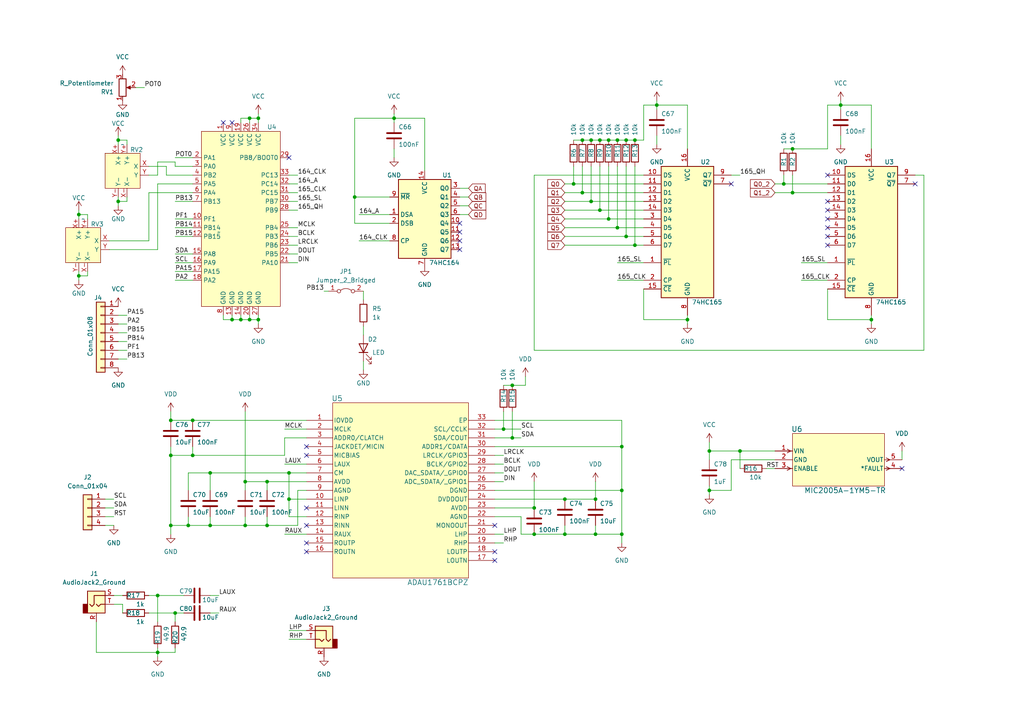
<source format=kicad_sch>
(kicad_sch (version 20231120) (generator "eeschema") (generator_version "8.0")
  (paper "A4")
  (lib_symbols
    (symbol "74xx:74HC164"
      (property "Reference" "U" (at 1.905 -13.97 0))
      (property "Value" "74HC164" (at 1.905 -16.51 0))
      (symbol "74HC164_1_1"
        (pin input line (at -10.16 0 0) (length 2.54) (name "DSA") (number "1"))
        (pin output line (at 10.16 -2.54 180) (length 2.54) (name "Q4") (number "10"))
        (pin output line (at 10.16 -5.08 180) (length 2.54) (name "Q5") (number "11"))
        (pin output line (at 10.16 -7.62 180) (length 2.54) (name "Q6") (number "12"))
        (pin output line (at 10.16 -10.16 180) (length 2.54) (name "Q7") (number "13"))
        (pin power_in line (at 0 12.7 270) (length 2.54) (name "VCC") (number "14"))
        (pin input line (at -10.16 -2.54 0) (length 2.54) (name "DSB") (number "2"))
        (pin output line (at 10.16 7.62 180) (length 2.54) (name "Q0") (number "3"))
        (pin output line (at 10.16 5.08 180) (length 2.54) (name "Q1") (number "4"))
        (pin output line (at 10.16 2.54 180) (length 2.54) (name "Q2") (number "5"))
        (pin output line (at 10.16 0 180) (length 2.54) (name "Q3") (number "6"))
        (pin power_in line (at 0 -15.24 90) (length 2.54) (name "GND") (number "7"))
        (pin input line (at -10.16 -7.62 0) (length 2.54) (name "CP") (number "8"))
        (pin input line (at -10.16 5.08 0) (length 2.54) (name "~{MR}") (number "9"))
      )
    )
    (symbol "74xx:74HC165"
      (property "Reference" "U" (at -7.62 19.05 0))
      (property "Value" "74HC165" (at -7.62 -21.59 0))
      (symbol "74HC165_1_0"
        (pin input line (at -12.7 -10.16 0) (length 5.08) (name "~{PL}") (number "1"))
        (pin input line (at -12.7 15.24 0) (length 5.08) (name "DS") (number "10"))
        (pin input line (at -12.7 12.7 0) (length 5.08) (name "D0") (number "11"))
        (pin input line (at -12.7 10.16 0) (length 5.08) (name "D1") (number "12"))
        (pin input line (at -12.7 7.62 0) (length 5.08) (name "D2") (number "13"))
        (pin input line (at -12.7 5.08 0) (length 5.08) (name "D3") (number "14"))
        (pin input line (at -12.7 -17.78 0) (length 5.08) (name "~{CE}") (number "15"))
        (pin power_in line (at 0 22.86 270) (length 5.08) (name "VCC") (number "16"))
        (pin input line (at -12.7 -15.24 0) (length 5.08) (name "CP") (number "2"))
        (pin input line (at -12.7 2.54 0) (length 5.08) (name "D4") (number "3"))
        (pin input line (at -12.7 0 0) (length 5.08) (name "D5") (number "4"))
        (pin input line (at -12.7 -2.54 0) (length 5.08) (name "D6") (number "5"))
        (pin input line (at -12.7 -5.08 0) (length 5.08) (name "D7") (number "6"))
        (pin output line (at 12.7 12.7 180) (length 5.08) (name "~{Q7}") (number "7"))
        (pin power_in line (at 0 -25.4 90) (length 5.08) (name "GND") (number "8"))
        (pin output line (at 12.7 15.24 180) (length 5.08) (name "Q7") (number "9"))
      )
    )
    (symbol "ADA-2765_1"
      (property "Reference" "RV" (at 3.81 -6.096 0))
      (symbol "ADA-2765_1_1_1"
        (pin passive line (at 7.62 1.27 180) (length 2.54) (name "X") (number "X"))
        (pin passive line (at -1.27 7.62 270) (length 2.54) (name "X+") (number "X+"))
        (pin passive line (at 1.27 -7.62 90) (length 2.54) (name "X-") (number "X-"))
        (pin passive line (at 7.62 -1.27 180) (length 2.54) (name "Y") (number "Y"))
        (pin passive line (at 1.27 7.62 270) (length 2.54) (name "Y+") (number "Y+"))
        (pin passive line (at -1.27 -7.62 90) (length 2.54) (name "Y-") (number "Y-"))
      )
    )
    (symbol "AudioJack2_Ground_1"
      (property "Reference" "J1" (at -0.635 8.89 0))
      (property "Value" "AudioJack2_Ground" (at -0.635 6.35 0))
      (symbol "AudioJack2_Ground_1_1_1"
        (pin passive line (at 0 -5.08 90) (length 2.54) (name "~") (number "R"))
        (pin passive line (at 5.08 2.54 180) (length 2.54) (name "~") (number "S"))
        (pin passive line (at 5.08 0 180) (length 2.54) (name "~") (number "T"))
      )
    )
    (symbol "Connector_Audio:AudioJack2_Ground"
      (property "Reference" "J3" (at -0.635 8.89 0))
      (property "Value" "AudioJack2_Ground" (at -0.635 6.35 0))
      (symbol "AudioJack2_Ground_1_1"
        (pin passive line (at 0 -5.08 90) (length 2.54) (name "~") (number "R"))
        (pin passive line (at 5.08 2.54 180) (length 2.54) (name "~") (number "S"))
        (pin passive line (at 5.08 0 180) (length 2.54) (name "~") (number "T"))
      )
    )
    (symbol "Connector_Generic:Conn_01x04" (pin_names (offset 1.016) hide)
      (property "Reference" "J" (at 0 5.08 0))
      (property "Value" "Conn_01x04" (at 0 -7.62 0))
      (symbol "Conn_01x04_1_1"
        (pin passive line (at -5.08 2.54 0) (length 3.81) (name "Pin_1") (number "1"))
        (pin passive line (at -5.08 0 0) (length 3.81) (name "Pin_2") (number "2"))
        (pin passive line (at -5.08 -2.54 0) (length 3.81) (name "Pin_3") (number "3"))
        (pin passive line (at -5.08 -5.08 0) (length 3.81) (name "Pin_4") (number "4"))
      )
    )
    (symbol "Connector_Generic:Conn_01x08" (pin_names (offset 1.016) hide)
      (property "Reference" "J" (at 0 10.16 0))
      (property "Value" "Conn_01x08" (at 0 -12.7 0))
      (symbol "Conn_01x08_1_1"
        (pin passive line (at -5.08 7.62 0) (length 3.81) (name "Pin_1") (number "1"))
        (pin passive line (at -5.08 5.08 0) (length 3.81) (name "Pin_2") (number "2"))
        (pin passive line (at -5.08 2.54 0) (length 3.81) (name "Pin_3") (number "3"))
        (pin passive line (at -5.08 0 0) (length 3.81) (name "Pin_4") (number "4"))
        (pin passive line (at -5.08 -2.54 0) (length 3.81) (name "Pin_5") (number "5"))
        (pin passive line (at -5.08 -5.08 0) (length 3.81) (name "Pin_6") (number "6"))
        (pin passive line (at -5.08 -7.62 0) (length 3.81) (name "Pin_7") (number "7"))
        (pin passive line (at -5.08 -10.16 0) (length 3.81) (name "Pin_8") (number "8"))
      )
    )
    (symbol "Device:C" (pin_numbers hide) (pin_names (offset 0.254))
      (property "Reference" "C" (at 0.635 2.54 0))
      (property "Value" "C" (at 0.635 -2.54 0))
      (symbol "C_1_1"
        (pin passive line (at 0 3.81 270) (length 2.794) (name "~") (number "1"))
        (pin passive line (at 0 -3.81 90) (length 2.794) (name "~") (number "2"))
      )
    )
    (symbol "Device:LED" (pin_numbers hide) (pin_names (offset 1.016) hide)
      (property "Reference" "D" (at 0 2.54 0))
      (property "Value" "LED" (at 0 -2.54 0))
      (symbol "LED_1_1"
        (pin passive line (at -3.81 0 0) (length 2.54) (name "K") (number "1"))
        (pin passive line (at 3.81 0 180) (length 2.54) (name "A") (number "2"))
      )
    )
    (symbol "Device:R" (pin_numbers hide) (pin_names (offset 0))
      (property "Reference" "R" (at 2.032 0 90))
      (property "Value" "R" (at 0 0 90))
      (symbol "R_1_1"
        (pin passive line (at 0 3.81 270) (length 1.27) (name "~") (number "1"))
        (pin passive line (at 0 -3.81 90) (length 1.27) (name "~") (number "2"))
      )
    )
    (symbol "Device:R_Potentiometer" (pin_names (offset 1.016) hide)
      (property "Reference" "RV" (at -4.445 0 90))
      (property "Value" "R_Potentiometer" (at -2.54 0 90))
      (symbol "R_Potentiometer_1_1"
        (pin passive line (at 0 3.81 270) (length 1.27) (name "1") (number "1"))
        (pin passive line (at 3.81 0 180) (length 1.27) (name "2") (number "2"))
        (pin passive line (at 0 -3.81 90) (length 1.27) (name "3") (number "3"))
      )
    )
    (symbol "Jumper:Jumper_2_Bridged" (pin_names (offset 0) hide)
      (property "Reference" "JP" (at 0 1.905 0))
      (property "Value" "Jumper_2_Bridged" (at 0 -2.54 0))
      (symbol "Jumper_2_Bridged_1_1"
        (pin passive line (at -5.08 0 0) (length 2.54) (name "A") (number "1"))
        (pin passive line (at 5.08 0 180) (length 2.54) (name "B") (number "2"))
      )
    )
    (symbol "My_Parts:ADA-2765"
      (property "Reference" "RV" (at 3.81 -6.096 0))
      (symbol "ADA-2765_1_1"
        (pin passive line (at 7.62 1.27 180) (length 2.54) (name "X") (number "X"))
        (pin passive line (at -1.27 7.62 270) (length 2.54) (name "X+") (number "X+"))
        (pin passive line (at 1.27 -7.62 90) (length 2.54) (name "X-") (number "X-"))
        (pin passive line (at 7.62 -1.27 180) (length 2.54) (name "Y") (number "Y"))
        (pin passive line (at 1.27 7.62 270) (length 2.54) (name "Y+") (number "Y+"))
        (pin passive line (at -1.27 -7.62 90) (length 2.54) (name "Y-") (number "Y-"))
      )
    )
    (symbol "My_Parts:ADAU1761BCPZ" (pin_names (offset 0.254))
      (property "Reference" "U" (at 43.18 10.16 0))
      (property "Value" "ADAU1761BCPZ" (at 43.18 7.62 0))
      (symbol "ADAU1761BCPZ_0_1"
        (pin power_in line (at 54.61 -25.4 180) (length 7.62) (name "AVDD") (number "23"))
      )
      (symbol "ADAU1761BCPZ_1_1"
        (pin power_in line (at 0 0 0) (length 7.62) (name "IOVDD") (number "1"))
        (pin input line (at 0 -22.86 0) (length 7.62) (name "LINP") (number "10"))
        (pin input line (at 0 -25.4 0) (length 7.62) (name "LINN") (number "11"))
        (pin input line (at 0 -27.94 0) (length 7.62) (name "RINP") (number "12"))
        (pin input line (at 0 -30.48 0) (length 7.62) (name "RINN") (number "13"))
        (pin input line (at 0 -33.02 0) (length 7.62) (name "RAUX") (number "14"))
        (pin output line (at 0 -35.56 0) (length 7.62) (name "ROUTP") (number "15"))
        (pin output line (at 0 -38.1 0) (length 7.62) (name "ROUTN") (number "16"))
        (pin output line (at 54.61 -40.64 180) (length 7.62) (name "LOUTN") (number "17"))
        (pin output line (at 54.61 -38.1 180) (length 7.62) (name "LOUTP") (number "18"))
        (pin output line (at 54.61 -35.56 180) (length 7.62) (name "RHP") (number "19"))
        (pin input line (at 0 -2.54 0) (length 7.62) (name "MCLK") (number "2"))
        (pin output line (at 54.61 -33.02 180) (length 7.62) (name "LHP") (number "20"))
        (pin output line (at 54.61 -30.48 180) (length 7.62) (name "MONOOUT") (number "21"))
        (pin passive line (at 54.61 -27.94 180) (length 7.62) (name "AGND") (number "22"))
        (pin power_in line (at 54.61 -22.86 180) (length 7.62) (name "DVDDOUT") (number "24"))
        (pin passive line (at 54.61 -20.32 180) (length 7.62) (name "DGND") (number "25"))
        (pin bidirectional line (at 54.61 -17.78 180) (length 7.62) (name "ADC_SDATA/_GPIO1") (number "26"))
        (pin bidirectional line (at 54.61 -15.24 180) (length 7.62) (name "DAC_SDATA/_GPIO0") (number "27"))
        (pin bidirectional line (at 54.61 -12.7 180) (length 7.62) (name "BCLK/GPIO2") (number "28"))
        (pin bidirectional line (at 54.61 -10.16 180) (length 7.62) (name "LRCLK/GPIO3") (number "29"))
        (pin input line (at 0 -5.08 0) (length 7.62) (name "ADDR0/CLATCH") (number "3"))
        (pin input line (at 54.61 -7.62 180) (length 7.62) (name "ADDR1/CDATA") (number "30"))
        (pin bidirectional line (at 54.61 -5.08 180) (length 7.62) (name "SDA/COUT") (number "31"))
        (pin input line (at 54.61 -2.54 180) (length 7.62) (name "SCL/CCLK") (number "32"))
        (pin passive line (at 54.61 0 180) (length 7.62) (name "EP") (number "33"))
        (pin input line (at 0 -7.62 0) (length 7.62) (name "JACKDET/MICIN") (number "4"))
        (pin output line (at 0 -10.16 0) (length 7.62) (name "MICBIAS") (number "5"))
        (pin input line (at 0 -12.7 0) (length 7.62) (name "LAUX") (number "6"))
        (pin output line (at 0 -15.24 0) (length 7.62) (name "CM") (number "7"))
        (pin power_in line (at 0 -17.78 0) (length 7.62) (name "AVDD") (number "8"))
        (pin passive line (at 0 -20.32 0) (length 7.62) (name "AGND") (number "9"))
      )
    )
    (symbol "My_Parts:C4NDY"
      (property "Reference" "U" (at 0 52.07 0))
      (symbol "C4NDY_1_1"
        (pin power_out line (at 6.35 53.34 270) (length 2.54) (name "VCC") (number "1"))
        (pin bidirectional line (at -2.54 25.4 0) (length 2.54) (name "PF1") (number "10"))
        (pin bidirectional line (at -2.54 22.86 0) (length 2.54) (name "PB14") (number "11"))
        (pin bidirectional line (at -2.54 20.32 0) (length 2.54) (name "PB15") (number "12"))
        (pin passive line (at 8.89 -2.54 90) (length 2.54) (name "GND") (number "13"))
        (pin passive line (at 11.43 -2.54 90) (length 2.54) (name "GND") (number "14"))
        (pin bidirectional line (at -2.54 15.24 0) (length 2.54) (name "PA8") (number "15"))
        (pin bidirectional line (at -2.54 12.7 0) (length 2.54) (name "PA9") (number "16"))
        (pin bidirectional line (at -2.54 10.16 0) (length 2.54) (name "PA15") (number "17"))
        (pin bidirectional line (at -2.54 7.62 0) (length 2.54) (name "PA2") (number "18"))
        (pin power_out line (at 11.43 53.34 270) (length 2.54) (name "VCC") (number "19"))
        (pin bidirectional line (at -2.54 43.18 0) (length 2.54) (name "PA1") (number "2"))
        (pin passive line (at 13.97 -2.54 90) (length 2.54) (name "GND") (number "20"))
        (pin bidirectional line (at 25.4 12.7 180) (length 2.54) (name "PA10") (number "21"))
        (pin bidirectional line (at 25.4 15.24 180) (length 2.54) (name "PB5") (number "22"))
        (pin bidirectional line (at 25.4 17.78 180) (length 2.54) (name "PB6") (number "23"))
        (pin bidirectional line (at 25.4 20.32 180) (length 2.54) (name "PB3") (number "24"))
        (pin bidirectional line (at 25.4 22.86 180) (length 2.54) (name "PB4") (number "25"))
        (pin power_out line (at 13.97 53.34 270) (length 2.54) (name "VCC") (number "26"))
        (pin passive line (at 16.51 -2.54 90) (length 2.54) (name "GND") (number "27"))
        (pin bidirectional line (at 25.4 27.94 180) (length 2.54) (name "PB9") (number "28"))
        (pin bidirectional line (at 25.4 43.18 180) (length 2.54) (name "PB8/BOOT0") (number "29"))
        (pin bidirectional line (at -2.54 40.64 0) (length 2.54) (name "PA0") (number "3"))
        (pin bidirectional line (at 25.4 30.48 180) (length 2.54) (name "PB7") (number "30"))
        (pin bidirectional line (at 25.4 33.02 180) (length 2.54) (name "PC15") (number "31"))
        (pin bidirectional line (at 25.4 35.56 180) (length 2.54) (name "PC14") (number "32"))
        (pin bidirectional line (at 25.4 38.1 180) (length 2.54) (name "PC13") (number "33"))
        (pin power_out line (at 16.51 53.34 270) (length 2.54) (name "VCC") (number "34"))
        (pin bidirectional line (at -2.54 38.1 0) (length 2.54) (name "PB2") (number "4"))
        (pin bidirectional line (at -2.54 35.56 0) (length 2.54) (name "PA5") (number "5"))
        (pin bidirectional line (at -2.54 33.02 0) (length 2.54) (name "PA4") (number "6"))
        (pin bidirectional line (at -2.54 30.48 0) (length 2.54) (name "PB13") (number "7"))
        (pin passive line (at 6.35 -2.54 90) (length 2.54) (name "GND") (number "8"))
        (pin power_out line (at 8.89 53.34 270) (length 2.54) (name "VCC") (number "9"))
      )
    )
    (symbol "My_Parts:MIC2005A-1YM5-TR" (pin_names (offset 0.254))
      (property "Reference" "U" (at 20.32 8.89 0))
      (property "Value" "MIC2005A-1YM5-TR" (at 20.32 6.35 0))
      (symbol "MIC2005A-1YM5-TR_1_1"
        (pin input line (at 2.54 0 0) (length 5.08) (name "VIN") (number "1"))
        (pin passive line (at 2.54 -2.54 0) (length 5.08) (name "GND") (number "2"))
        (pin input line (at 2.54 -5.08 0) (length 5.08) (name "ENABLE") (number "3"))
        (pin output line (at 39.37 -5.08 180) (length 5.08) (name "*FAULT") (number "4"))
        (pin output line (at 39.37 -2.54 180) (length 5.08) (name "VOUT") (number "5"))
      )
    )
    (symbol "power:GND" (power) (pin_names (offset 0))
      (property "Value" "GND" (at 0 -3.81 0))
      (symbol "GND_1_1"
        (pin power_in line (at 0 0 270) (length 0) hide (name "GND") (number "1"))
      )
    )
    (symbol "power:VCC" (power) (pin_names (offset 0))
      (property "Value" "VCC" (at 0 3.81 0))
      (symbol "VCC_1_1"
        (pin power_in line (at 0 0 90) (length 0) hide (name "VCC") (number "1"))
      )
    )
    (symbol "power:VDD" (power) (pin_names (offset 0))
      (property "Value" "VDD" (at 0 3.81 0))
      (symbol "VDD_1_1"
        (pin power_in line (at 0 0 90) (length 0) hide (name "VDD") (number "1"))
      )
    )
  )
  (junction (at 45.72 189.23))
  (junction (at 180.34 154.94))
  (junction (at 34.29 40.64))
  (junction (at 181.61 40.64))
  (junction (at 50.8 177.8))
  (junction (at 55.88 132.08))
  (junction (at 55.88 121.92))
  (junction (at 148.59 127))
  (junction (at 180.34 142.24))
  (junction (at 166.37 53.34))
  (junction (at 205.74 142.24))
  (junction (at 22.86 80.01))
  (junction (at 146.05 124.46))
  (junction (at 83.82 137.16))
  (junction (at 184.15 71.12))
  (junction (at 54.61 152.4))
  (junction (at 163.83 154.94))
  (junction (at 154.94 147.32))
  (junction (at 49.53 132.08))
  (junction (at 229.87 55.88))
  (junction (at 114.3 34.29))
  (junction (at 168.91 40.64))
  (junction (at 71.12 139.7))
  (junction (at 74.93 34.29))
  (junction (at 74.93 92.71))
  (junction (at 148.59 111.76))
  (junction (at 229.87 43.18))
  (junction (at 102.87 57.15))
  (junction (at 179.07 40.64))
  (junction (at 173.99 40.64))
  (junction (at 171.45 40.64))
  (junction (at 243.84 30.48))
  (junction (at 199.39 92.71))
  (junction (at 77.47 139.7))
  (junction (at 173.99 60.96))
  (junction (at 168.91 55.88))
  (junction (at 227.33 53.34))
  (junction (at 34.29 58.42))
  (junction (at 205.74 130.81))
  (junction (at 180.34 129.54))
  (junction (at 181.61 68.58))
  (junction (at 69.85 92.71))
  (junction (at 214.63 130.81))
  (junction (at 45.72 172.72))
  (junction (at 60.96 152.4))
  (junction (at 184.15 40.64))
  (junction (at 176.53 40.64))
  (junction (at 22.86 62.23))
  (junction (at 172.72 144.78))
  (junction (at 60.96 137.16))
  (junction (at 154.94 154.94))
  (junction (at 171.45 58.42))
  (junction (at 72.39 92.71))
  (junction (at 190.5 30.48))
  (junction (at 72.39 34.29))
  (junction (at 49.53 121.92))
  (junction (at 163.83 144.78))
  (junction (at 49.53 152.4))
  (junction (at 67.31 92.71))
  (junction (at 172.72 154.94))
  (junction (at 71.12 152.4))
  (junction (at 179.07 66.04))
  (junction (at 77.47 152.4))
  (junction (at 176.53 63.5))
  (junction (at 83.82 144.78))
  (junction (at 252.73 92.71))
  (no_connect (at 133.35 67.31))
  (no_connect (at 143.51 152.4))
  (no_connect (at 133.35 72.39))
  (no_connect (at 240.03 60.96))
  (no_connect (at 265.43 53.34))
  (no_connect (at 240.03 68.58))
  (no_connect (at 240.03 58.42))
  (no_connect (at 133.35 69.85))
  (no_connect (at 83.82 45.72))
  (no_connect (at 261.62 135.89))
  (no_connect (at 67.31 35.56))
  (no_connect (at 88.9 147.32))
  (no_connect (at 143.51 160.02))
  (no_connect (at 240.03 50.8))
  (no_connect (at 88.9 129.54))
  (no_connect (at 88.9 157.48))
  (no_connect (at 64.77 35.56))
  (no_connect (at 212.09 53.34))
  (no_connect (at 240.03 66.04))
  (no_connect (at 133.35 64.77))
  (no_connect (at 240.03 63.5))
  (no_connect (at 88.9 132.08))
  (no_connect (at 240.03 71.12))
  (no_connect (at 143.51 162.56))
  (no_connect (at 88.9 160.02))
  (no_connect (at 88.9 152.4))
  (wire (pts (xy 83.82 68.58) (xy 86.36 68.58)))
  (wire (pts (xy 45.72 50.8) (xy 45.72 46.99)))
  (wire (pts (xy 229.87 55.88) (xy 240.03 55.88)))
  (wire (pts (xy 232.41 76.2) (xy 240.03 76.2)))
  (wire (pts (xy 50.8 177.8) (xy 53.34 177.8)))
  (wire (pts (xy 86.36 142.24) (xy 86.36 152.4)))
  (wire (pts (xy 45.72 72.39) (xy 31.75 72.39)))
  (wire (pts (xy 34.29 57.15) (xy 34.29 58.42)))
  (wire (pts (xy 50.8 81.28) (xy 55.88 81.28)))
  (wire (pts (xy 212.09 50.8) (xy 214.63 50.8)))
  (wire (pts (xy 71.12 149.86) (xy 71.12 152.4)))
  (wire (pts (xy 83.82 53.34) (xy 86.36 53.34)))
  (wire (pts (xy 49.53 119.38) (xy 49.53 121.92)))
  (wire (pts (xy 50.8 177.8) (xy 50.8 180.34)))
  (wire (pts (xy 88.9 144.78) (xy 83.82 144.78)))
  (wire (pts (xy 64.77 91.44) (xy 64.77 92.71)))
  (wire (pts (xy 173.99 48.26) (xy 173.99 60.96)))
  (wire (pts (xy 113.03 64.77) (xy 102.87 64.77)))
  (wire (pts (xy 102.87 34.29) (xy 114.3 34.29)))
  (wire (pts (xy 83.82 185.42) (xy 88.9 185.42)))
  (wire (pts (xy 214.63 130.81) (xy 214.63 135.89)))
  (wire (pts (xy 166.37 53.34) (xy 186.69 53.34)))
  (wire (pts (xy 104.14 62.23) (xy 113.03 62.23)))
  (wire (pts (xy 83.82 50.8) (xy 86.36 50.8)))
  (wire (pts (xy 151.13 127) (xy 148.59 127)))
  (wire (pts (xy 43.18 48.26) (xy 48.26 48.26)))
  (wire (pts (xy 45.72 172.72) (xy 53.34 172.72)))
  (wire (pts (xy 55.88 132.08) (xy 49.53 132.08)))
  (wire (pts (xy 176.53 48.26) (xy 176.53 63.5)))
  (wire (pts (xy 105.41 84.455) (xy 105.41 86.995)))
  (wire (pts (xy 60.96 172.72) (xy 63.5 172.72)))
  (wire (pts (xy 55.88 132.08) (xy 82.55 132.08)))
  (wire (pts (xy 143.51 149.86) (xy 151.13 149.86)))
  (wire (pts (xy 143.51 157.48) (xy 146.05 157.48)))
  (wire (pts (xy 69.85 35.56) (xy 69.85 34.29)))
  (wire (pts (xy 148.59 127) (xy 143.51 127)))
  (wire (pts (xy 102.87 64.77) (xy 102.87 57.15)))
  (wire (pts (xy 146.05 132.08) (xy 143.51 132.08)))
  (wire (pts (xy 83.82 76.2) (xy 86.36 76.2)))
  (wire (pts (xy 135.89 62.23) (xy 133.35 62.23)))
  (wire (pts (xy 179.07 81.28) (xy 186.69 81.28)))
  (wire (pts (xy 143.51 144.78) (xy 163.83 144.78)))
  (wire (pts (xy 36.83 40.64) (xy 34.29 40.64)))
  (wire (pts (xy 135.89 54.61) (xy 133.35 54.61)))
  (wire (pts (xy 199.39 43.18) (xy 199.39 30.48)))
  (wire (pts (xy 180.34 154.94) (xy 180.34 157.48)))
  (wire (pts (xy 71.12 139.7) (xy 77.47 139.7)))
  (wire (pts (xy 54.61 137.16) (xy 60.96 137.16)))
  (wire (pts (xy 205.74 130.81) (xy 205.74 133.35)))
  (wire (pts (xy 69.85 92.71) (xy 72.39 92.71)))
  (wire (pts (xy 181.61 48.26) (xy 181.61 68.58)))
  (wire (pts (xy 88.9 139.7) (xy 77.47 139.7)))
  (wire (pts (xy 180.34 142.24) (xy 180.34 154.94)))
  (wire (pts (xy 214.63 130.81) (xy 224.79 130.81)))
  (wire (pts (xy 184.15 48.26) (xy 184.15 71.12)))
  (wire (pts (xy 34.29 96.52) (xy 36.83 96.52)))
  (wire (pts (xy 135.89 59.69) (xy 133.35 59.69)))
  (wire (pts (xy 43.18 172.72) (xy 45.72 172.72)))
  (wire (pts (xy 60.96 177.8) (xy 63.5 177.8)))
  (wire (pts (xy 60.96 137.16) (xy 83.82 137.16)))
  (wire (pts (xy 105.41 104.775) (xy 105.41 107.315)))
  (wire (pts (xy 172.72 139.7) (xy 172.72 144.78)))
  (wire (pts (xy 224.79 133.35) (xy 212.09 133.35)))
  (wire (pts (xy 252.73 93.98) (xy 252.73 92.71)))
  (wire (pts (xy 30.48 149.86) (xy 33.02 149.86)))
  (wire (pts (xy 25.4 62.23) (xy 22.86 62.23)))
  (wire (pts (xy 69.85 91.44) (xy 69.85 92.71)))
  (wire (pts (xy 229.87 43.18) (xy 240.03 43.18)))
  (wire (pts (xy 60.96 149.86) (xy 60.96 152.4)))
  (wire (pts (xy 71.12 152.4) (xy 77.47 152.4)))
  (wire (pts (xy 83.82 149.86) (xy 83.82 144.78)))
  (wire (pts (xy 190.5 30.48) (xy 190.5 31.75)))
  (wire (pts (xy 48.26 48.26) (xy 48.26 50.8)))
  (wire (pts (xy 22.86 62.23) (xy 22.86 63.5)))
  (wire (pts (xy 267.97 101.6) (xy 154.94 101.6)))
  (wire (pts (xy 34.29 58.42) (xy 34.29 59.69)))
  (wire (pts (xy 93.98 84.455) (xy 95.25 84.455)))
  (wire (pts (xy 205.74 128.27) (xy 205.74 130.81)))
  (wire (pts (xy 163.83 152.4) (xy 163.83 154.94)))
  (wire (pts (xy 179.07 48.26) (xy 179.07 66.04)))
  (wire (pts (xy 227.33 53.34) (xy 240.03 53.34)))
  (wire (pts (xy 168.91 40.64) (xy 171.45 40.64)))
  (wire (pts (xy 88.9 142.24) (xy 86.36 142.24)))
  (wire (pts (xy 171.45 40.64) (xy 173.99 40.64)))
  (wire (pts (xy 163.83 53.34) (xy 166.37 53.34)))
  (wire (pts (xy 148.59 111.76) (xy 152.4 111.76)))
  (wire (pts (xy 83.82 60.96) (xy 86.36 60.96)))
  (wire (pts (xy 154.94 154.94) (xy 163.83 154.94)))
  (wire (pts (xy 39.37 25.4) (xy 41.91 25.4)))
  (wire (pts (xy 190.5 39.37) (xy 190.5 41.91)))
  (wire (pts (xy 205.74 130.81) (xy 214.63 130.81)))
  (wire (pts (xy 45.72 187.96) (xy 45.72 189.23)))
  (wire (pts (xy 72.39 35.56) (xy 72.39 34.29)))
  (wire (pts (xy 27.94 189.23) (xy 45.72 189.23)))
  (wire (pts (xy 34.29 101.6) (xy 36.83 101.6)))
  (wire (pts (xy 146.05 137.16) (xy 143.51 137.16)))
  (wire (pts (xy 50.8 78.74) (xy 55.88 78.74)))
  (wire (pts (xy 199.39 93.98) (xy 199.39 92.71)))
  (wire (pts (xy 30.48 147.32) (xy 33.02 147.32)))
  (wire (pts (xy 173.99 40.64) (xy 176.53 40.64)))
  (wire (pts (xy 77.47 139.7) (xy 77.47 142.24)))
  (wire (pts (xy 212.09 133.35) (xy 212.09 142.24)))
  (wire (pts (xy 148.59 119.38) (xy 148.59 127)))
  (wire (pts (xy 27.94 180.34) (xy 27.94 189.23)))
  (wire (pts (xy 25.4 80.01) (xy 22.86 80.01)))
  (wire (pts (xy 34.29 99.06) (xy 36.83 99.06)))
  (wire (pts (xy 184.15 71.12) (xy 186.69 71.12)))
  (wire (pts (xy 265.43 50.8) (xy 267.97 50.8)))
  (wire (pts (xy 50.8 187.96) (xy 50.8 189.23)))
  (wire (pts (xy 45.72 46.99) (xy 50.8 46.99)))
  (wire (pts (xy 179.07 40.64) (xy 181.61 40.64)))
  (wire (pts (xy 163.83 71.12) (xy 184.15 71.12)))
  (wire (pts (xy 104.14 69.85) (xy 113.03 69.85)))
  (wire (pts (xy 35.56 172.72) (xy 33.02 172.72)))
  (wire (pts (xy 83.82 182.88) (xy 88.9 182.88)))
  (wire (pts (xy 205.74 140.97) (xy 205.74 142.24)))
  (wire (pts (xy 82.55 127) (xy 82.55 132.08)))
  (wire (pts (xy 267.97 50.8) (xy 267.97 101.6)))
  (wire (pts (xy 50.8 45.72) (xy 55.88 45.72)))
  (wire (pts (xy 151.13 124.46) (xy 146.05 124.46)))
  (wire (pts (xy 77.47 152.4) (xy 86.36 152.4)))
  (wire (pts (xy 152.4 111.76) (xy 152.4 109.22)))
  (wire (pts (xy 67.31 91.44) (xy 67.31 92.71)))
  (wire (pts (xy 83.82 73.66) (xy 86.36 73.66)))
  (wire (pts (xy 222.25 135.89) (xy 224.79 135.89)))
  (wire (pts (xy 240.03 83.82) (xy 240.03 92.71)))
  (wire (pts (xy 48.26 50.8) (xy 55.88 50.8)))
  (wire (pts (xy 34.29 40.64) (xy 34.29 41.91)))
  (wire (pts (xy 135.89 57.15) (xy 133.35 57.15)))
  (wire (pts (xy 146.05 119.38) (xy 146.05 124.46)))
  (wire (pts (xy 113.03 57.15) (xy 102.87 57.15)))
  (wire (pts (xy 186.69 92.71) (xy 199.39 92.71)))
  (wire (pts (xy 179.07 76.2) (xy 186.69 76.2)))
  (wire (pts (xy 123.19 34.29) (xy 114.3 34.29)))
  (wire (pts (xy 181.61 68.58) (xy 186.69 68.58)))
  (wire (pts (xy 166.37 48.26) (xy 166.37 53.34)))
  (wire (pts (xy 163.83 66.04) (xy 179.07 66.04)))
  (wire (pts (xy 45.72 53.34) (xy 45.72 72.39)))
  (wire (pts (xy 43.18 69.85) (xy 43.18 55.88)))
  (wire (pts (xy 146.05 139.7) (xy 143.51 139.7)))
  (wire (pts (xy 227.33 43.18) (xy 229.87 43.18)))
  (wire (pts (xy 168.91 55.88) (xy 186.69 55.88)))
  (wire (pts (xy 67.31 92.71) (xy 69.85 92.71)))
  (wire (pts (xy 146.05 124.46) (xy 143.51 124.46)))
  (wire (pts (xy 143.51 129.54) (xy 180.34 129.54)))
  (wire (pts (xy 181.61 40.64) (xy 184.15 40.64)))
  (wire (pts (xy 60.96 137.16) (xy 60.96 142.24)))
  (wire (pts (xy 227.33 50.8) (xy 227.33 53.34)))
  (wire (pts (xy 45.72 172.72) (xy 45.72 180.34)))
  (wire (pts (xy 83.82 144.78) (xy 83.82 137.16)))
  (wire (pts (xy 50.8 76.2) (xy 55.88 76.2)))
  (wire (pts (xy 114.3 33.02) (xy 114.3 34.29)))
  (wire (pts (xy 22.86 78.74) (xy 22.86 80.01)))
  (wire (pts (xy 50.8 58.42) (xy 55.88 58.42)))
  (wire (pts (xy 77.47 149.86) (xy 77.47 152.4)))
  (wire (pts (xy 180.34 154.94) (xy 172.72 154.94)))
  (wire (pts (xy 50.8 46.99) (xy 50.8 48.26)))
  (wire (pts (xy 36.83 57.15) (xy 36.83 58.42)))
  (wire (pts (xy 45.72 189.23) (xy 45.72 190.5)))
  (wire (pts (xy 22.86 80.01) (xy 22.86 81.28)))
  (wire (pts (xy 82.55 134.62) (xy 88.9 134.62)))
  (wire (pts (xy 243.84 29.21) (xy 243.84 30.48)))
  (wire (pts (xy 180.34 129.54) (xy 180.34 142.24)))
  (wire (pts (xy 173.99 60.96) (xy 186.69 60.96)))
  (wire (pts (xy 35.56 175.26) (xy 35.56 177.8)))
  (wire (pts (xy 50.8 66.04) (xy 55.88 66.04)))
  (wire (pts (xy 55.88 129.54) (xy 55.88 132.08)))
  (wire (pts (xy 74.93 33.02) (xy 74.93 34.29)))
  (wire (pts (xy 74.93 91.44) (xy 74.93 92.71)))
  (wire (pts (xy 151.13 154.94) (xy 154.94 154.94)))
  (wire (pts (xy 252.73 30.48) (xy 243.84 30.48)))
  (wire (pts (xy 179.07 66.04) (xy 186.69 66.04)))
  (wire (pts (xy 186.69 83.82) (xy 186.69 92.71)))
  (wire (pts (xy 186.69 40.64) (xy 186.69 30.48)))
  (wire (pts (xy 199.39 30.48) (xy 190.5 30.48)))
  (wire (pts (xy 190.5 29.21) (xy 190.5 30.48)))
  (wire (pts (xy 34.29 39.37) (xy 34.29 40.64)))
  (wire (pts (xy 83.82 55.88) (xy 86.36 55.88)))
  (wire (pts (xy 163.83 68.58) (xy 181.61 68.58)))
  (wire (pts (xy 43.18 50.8) (xy 45.72 50.8)))
  (wire (pts (xy 212.09 142.24) (xy 205.74 142.24)))
  (wire (pts (xy 240.03 30.48) (xy 243.84 30.48)))
  (wire (pts (xy 33.02 175.26) (xy 35.56 175.26)))
  (wire (pts (xy 49.53 154.94) (xy 49.53 152.4)))
  (wire (pts (xy 176.53 40.64) (xy 179.07 40.64)))
  (wire (pts (xy 163.83 63.5) (xy 176.53 63.5)))
  (wire (pts (xy 143.51 147.32) (xy 154.94 147.32)))
  (wire (pts (xy 143.51 142.24) (xy 180.34 142.24)))
  (wire (pts (xy 50.8 73.66) (xy 55.88 73.66)))
  (wire (pts (xy 240.03 92.71) (xy 252.73 92.71)))
  (wire (pts (xy 252.73 43.18) (xy 252.73 30.48)))
  (wire (pts (xy 146.05 134.62) (xy 143.51 134.62)))
  (wire (pts (xy 261.62 130.81) (xy 261.62 133.35)))
  (wire (pts (xy 114.3 34.29) (xy 114.3 35.56)))
  (wire (pts (xy 243.84 30.48) (xy 243.84 31.75)))
  (wire (pts (xy 83.82 66.04) (xy 86.36 66.04)))
  (wire (pts (xy 163.83 60.96) (xy 173.99 60.96)))
  (wire (pts (xy 49.53 121.92) (xy 55.88 121.92)))
  (wire (pts (xy 168.91 48.26) (xy 168.91 55.88)))
  (wire (pts (xy 43.18 69.85) (xy 31.75 69.85)))
  (wire (pts (xy 205.74 142.24) (xy 205.74 143.51)))
  (wire (pts (xy 180.34 121.92) (xy 180.34 129.54)))
  (wire (pts (xy 22.86 60.96) (xy 22.86 62.23)))
  (wire (pts (xy 163.83 55.88) (xy 168.91 55.88)))
  (wire (pts (xy 232.41 81.28) (xy 240.03 81.28)))
  (wire (pts (xy 240.03 43.18) (xy 240.03 30.48)))
  (wire (pts (xy 50.8 68.58) (xy 55.88 68.58)))
  (wire (pts (xy 163.83 58.42) (xy 171.45 58.42)))
  (wire (pts (xy 184.15 40.64) (xy 186.69 40.64)))
  (wire (pts (xy 83.82 58.42) (xy 86.36 58.42)))
  (wire (pts (xy 34.29 91.44) (xy 36.83 91.44)))
  (wire (pts (xy 72.39 92.71) (xy 74.93 92.71)))
  (wire (pts (xy 25.4 78.74) (xy 25.4 80.01)))
  (wire (pts (xy 74.93 34.29) (xy 74.93 35.56)))
  (wire (pts (xy 83.82 137.16) (xy 88.9 137.16)))
  (wire (pts (xy 151.13 149.86) (xy 151.13 154.94)))
  (wire (pts (xy 36.83 41.91) (xy 36.83 40.64)))
  (wire (pts (xy 88.9 127) (xy 82.55 127)))
  (wire (pts (xy 154.94 139.7) (xy 154.94 147.32)))
  (wire (pts (xy 43.18 55.88) (xy 55.88 55.88)))
  (wire (pts (xy 143.51 121.92) (xy 180.34 121.92)))
  (wire (pts (xy 69.85 34.29) (xy 72.39 34.29)))
  (wire (pts (xy 49.53 129.54) (xy 49.53 132.08)))
  (wire (pts (xy 154.94 101.6) (xy 154.94 50.8)))
  (wire (pts (xy 54.61 149.86) (xy 54.61 152.4)))
  (wire (pts (xy 30.48 144.78) (xy 33.02 144.78)))
  (wire (pts (xy 25.4 63.5) (xy 25.4 62.23)))
  (wire (pts (xy 34.29 93.98) (xy 36.83 93.98)))
  (wire (pts (xy 146.05 111.76) (xy 148.59 111.76)))
  (wire (pts (xy 172.72 154.94) (xy 163.83 154.94)))
  (wire (pts (xy 172.72 152.4) (xy 172.72 154.94)))
  (wire (pts (xy 55.88 121.92) (xy 88.9 121.92)))
  (wire (pts (xy 82.55 124.46) (xy 88.9 124.46)))
  (wire (pts (xy 72.39 91.44) (xy 72.39 92.71)))
  (wire (pts (xy 143.51 154.94) (xy 146.05 154.94)))
  (wire (pts (xy 83.82 71.12) (xy 86.36 71.12)))
  (wire (pts (xy 74.93 92.71) (xy 74.93 93.98)))
  (wire (pts (xy 30.48 152.4) (xy 33.02 152.4)))
  (wire (pts (xy 102.87 57.15) (xy 102.87 34.29)))
  (wire (pts (xy 154.94 50.8) (xy 186.69 50.8)))
  (wire (pts (xy 34.29 104.14) (xy 36.83 104.14)))
  (wire (pts (xy 229.87 50.8) (xy 229.87 55.88)))
  (wire (pts (xy 49.53 132.08) (xy 49.53 152.4)))
  (wire (pts (xy 171.45 48.26) (xy 171.45 58.42)))
  (wire (pts (xy 43.18 177.8) (xy 50.8 177.8)))
  (wire (pts (xy 50.8 189.23) (xy 45.72 189.23)))
  (wire (pts (xy 49.53 152.4) (xy 54.61 152.4)))
  (wire (pts (xy 50.8 48.26) (xy 55.88 48.26)))
  (wire (pts (xy 186.69 30.48) (xy 190.5 30.48)))
  (wire (pts (xy 243.84 39.37) (xy 243.84 41.91)))
  (wire (pts (xy 88.9 149.86) (xy 83.82 149.86)))
  (wire (pts (xy 176.53 63.5) (xy 186.69 63.5)))
  (wire (pts (xy 114.3 43.18) (xy 114.3 45.72)))
  (wire (pts (xy 224.79 55.88) (xy 229.87 55.88)))
  (wire (pts (xy 163.83 144.78) (xy 172.72 144.78)))
  (wire (pts (xy 54.61 152.4) (xy 60.96 152.4)))
  (wire (pts (xy 71.12 119.38) (xy 71.12 139.7)))
  (wire (pts (xy 45.72 53.34) (xy 55.88 53.34)))
  (wire (pts (xy 36.83 58.42) (xy 34.29 58.42)))
  (wire (pts (xy 224.79 53.34) (xy 227.33 53.34)))
  (wire (pts (xy 166.37 40.64) (xy 168.91 40.64)))
  (wire (pts (xy 171.45 58.42) (xy 186.69 58.42)))
  (wire (pts (xy 82.55 154.94) (xy 88.9 154.94)))
  (wire (pts (xy 50.8 63.5) (xy 55.88 63.5)))
  (wire (pts (xy 199.39 92.71) (xy 199.39 91.44)))
  (wire (pts (xy 60.96 152.4) (xy 71.12 152.4)))
  (wire (pts (xy 72.39 34.29) (xy 74.93 34.29)))
  (wire (pts (xy 123.19 49.53) (xy 123.19 34.29)))
  (wire (pts (xy 71.12 142.24) (xy 71.12 139.7)))
  (wire (pts (xy 64.77 92.71) (xy 67.31 92.71)))
  (wire (pts (xy 54.61 142.24) (xy 54.61 137.16)))
  (wire (pts (xy 252.73 92.71) (xy 252.73 91.44)))
  (wire (pts (xy 105.41 94.615) (xy 105.41 97.155)))
  (label "PB15" (at 50.8 68.58 0))
  (label "LAUX" (at 63.5 172.72 0))
  (label "RAUX" (at 82.55 154.94 0))
  (label "LHP" (at 83.82 182.88 0))
  (label "SCL" (at 33.02 144.78 0))
  (label "SCL" (at 151.13 124.46 0))
  (label "PA15" (at 36.83 91.44 0))
  (label "PB13" (at 93.98 84.455 180))
  (label "PA2" (at 36.83 93.98 0))
  (label "164_A" (at 86.36 53.34 0))
  (label "PF1" (at 50.8 63.5 0))
  (label "MCLK" (at 82.55 124.46 0))
  (label "164_A" (at 104.14 62.23 0))
  (label "165_CLK" (at 86.36 55.88 0))
  (label "SDA" (at 151.13 127 0))
  (label "PA2" (at 50.8 81.28 0))
  (label "PB13" (at 50.8 58.42 0))
  (label "165_SL" (at 86.36 58.42 0))
  (label "DIN" (at 86.36 76.2 0))
  (label "LRCLK" (at 146.05 132.08 0))
  (label "LAUX" (at 82.55 134.62 0))
  (label "LHP" (at 146.05 154.94 0))
  (label "164_CLK" (at 86.36 50.8 0))
  (label "DOUT" (at 86.36 73.66 0))
  (label "164_CLK" (at 104.14 69.85 0))
  (label "RHP" (at 146.05 157.48 0))
  (label "DOUT" (at 146.05 137.16 0))
  (label "165_QH" (at 214.63 50.8 0))
  (label "165_QH" (at 86.36 60.96 0))
  (label "PB14" (at 36.83 99.06 0))
  (label "PB13" (at 36.83 104.14 0))
  (label "LRCLK" (at 86.36 71.12 0))
  (label "SDA" (at 50.8 73.66 0))
  (label "PF1" (at 36.83 101.6 0))
  (label "165_SL" (at 232.41 76.2 0))
  (label "POT0" (at 50.8 45.72 0))
  (label "BCLK" (at 86.36 68.58 0))
  (label "RST" (at 222.25 135.89 0))
  (label "POT0" (at 41.91 25.4 0))
  (label "165_CLK" (at 232.41 81.28 0))
  (label "PA15" (at 50.8 78.74 0))
  (label "165_CLK" (at 179.07 81.28 0))
  (label "PB14" (at 50.8 66.04 0))
  (label "SCL" (at 50.8 76.2 0))
  (label "DIN" (at 146.05 139.7 0))
  (label "MCLK" (at 86.36 66.04 0))
  (label "RST" (at 33.02 149.86 0))
  (label "PB15" (at 36.83 96.52 0))
  (label "BCLK" (at 146.05 134.62 0))
  (label "165_SL" (at 179.07 76.2 0))
  (label "RAUX" (at 63.5 177.8 0))
  (label "RHP" (at 83.82 185.42 0))
  (label "SDA" (at 33.02 147.32 0))
  (global_label "Q7" (shape input) (at 163.83 71.12 180) (property "Intersheetrefs" "${INTERSHEET_REFS}" (effects (hide yes))))
  (global_label "Q3" (shape input) (at 163.83 60.96 180) (property "Intersheetrefs" "${INTERSHEET_REFS}" (effects (hide yes))))
  (global_label "Q1" (shape input) (at 163.83 55.88 180) (property "Intersheetrefs" "${INTERSHEET_REFS}" (effects (hide yes))))
  (global_label "Q4" (shape input) (at 163.83 63.5 180) (property "Intersheetrefs" "${INTERSHEET_REFS}" (effects (hide yes))))
  (global_label "Q0_2" (shape input) (at 224.79 53.34 180) (property "Intersheetrefs" "${INTERSHEET_REFS}" (effects (hide yes))))
  (global_label "Q5" (shape input) (at 163.83 66.04 180) (property "Intersheetrefs" "${INTERSHEET_REFS}" (effects (hide yes))))
  (global_label "QA" (shape input) (at 135.89 54.61 0) (property "Intersheetrefs" "${INTERSHEET_REFS}" (effects (hide yes))))
  (global_label "QC" (shape input) (at 135.89 59.69 0) (property "Intersheetrefs" "${INTERSHEET_REFS}" (effects (hide yes))))
  (global_label "QB" (shape input) (at 135.89 57.15 0) (property "Intersheetrefs" "${INTERSHEET_REFS}" (effects (hide yes))))
  (global_label "Q0" (shape input) (at 163.83 53.34 180) (property "Intersheetrefs" "${INTERSHEET_REFS}" (effects (hide yes))))
  (global_label "Q1_2" (shape input) (at 224.79 55.88 180) (property "Intersheetrefs" "${INTERSHEET_REFS}" (effects (hide yes))))
  (global_label "QD" (shape input) (at 135.89 62.23 0) (property "Intersheetrefs" "${INTERSHEET_REFS}" (effects (hide yes))))
  (global_label "Q6" (shape input) (at 163.83 68.58 180) (property "Intersheetrefs" "${INTERSHEET_REFS}" (effects (hide yes))))
  (global_label "Q2" (shape input) (at 163.83 58.42 180) (property "Intersheetrefs" "${INTERSHEET_REFS}" (effects (hide yes))))
  (symbol (lib_id "power:GND") (at 199.39 93.98 0) (unit 1)
    (property "Reference" "#PWR03" (effects (hide yes)))
    (property "Value" "GND" (at 199.39 99.06 0))
  )
  (symbol (lib_id "Device:LED") (at 105.41 100.965 90) (unit 1)
    (property "Reference" "D2" (at 106.68 98.425 90) (effects (justify right)))
    (property "Value" "LED" (at 107.95 102.235 90) (effects (justify right)))
    (property "Footprint" "LED_SMD:LED_0603_1608Metric" (effects (hide yes)))
    (instances (project "C4NDY" (path "" (reference "D2") (unit 1))) (project "KVL_STK" (path "" (reference "D66") (unit 1))) (project "C4NDY_XMOS" (path "" (reference "D2") (unit 1))))
  )
  (symbol (lib_id "Device:C") (at 57.15 177.8 90) (unit 1)
    (property "Reference" "C80" (at 55.88 176.53 90) (effects (justify left)))
    (property "Value" "10uF" (at 63.5 179.07 90) (effects (justify left)))
    (property "Footprint" "Capacitor_SMD:C_0603_1608Metric" (effects (hide yes)))
  )
  (symbol (lib_id "power:VDD") (at 71.12 119.38 0) (unit 1)
    (property "Reference" "#PWR017" (effects (hide yes)))
    (property "Value" "VDD" (at 71.12 114.3 0))
  )
  (symbol (lib_id "Device:R") (at 39.37 177.8 90) (unit 1)
    (property "Reference" "R18" (at 40.64 177.8 90) (effects (justify left)))
    (property "Value" "1k" (at 41.91 180.34 90) (effects (justify left)))
    (property "Footprint" "Resistor_SMD:R_0402_1005Metric" (effects (hide yes)))
  )
  (symbol (lib_id "power:GND") (at 243.84 41.91 0) (unit 1)
    (property "Reference" "#PWR09" (effects (hide yes)))
    (property "Value" "GND" (at 243.84 46.99 0))
  )
  (symbol (lib_id "Device:C") (at 205.74 137.16 0) (unit 1)
    (property "Reference" "C78" (at 207.01 134.62 0) (effects (justify left)))
    (property "Value" "1uF" (at 207.01 139.7 0) (effects (justify left)))
    (property "Footprint" "Capacitor_SMD:C_0603_1608Metric" (effects (hide yes)))
  )
  (symbol (lib_id "74xx:74HC165") (at 252.73 66.04 0) (unit 1)
    (property "Reference" "U3" (at 256.54 46.99 0) (effects (justify left)))
    (property "Value" "74HC165" (at 254 87.63 0) (effects (justify left)))
    (property "Footprint" "Package_SO:SOIC-16_3.9x9.9mm_P1.27mm" (effects (hide yes)))
    (property "Datasheet" "https://assets.nexperia.com/documents/data-sheet/74HC_HCT165.pdf" (effects (hide yes)))
  )
  (symbol (lib_id "Device:R") (at 39.37 172.72 90) (unit 1)
    (property "Reference" "R17" (at 40.64 172.72 90) (effects (justify left)))
    (property "Value" "1k" (at 41.91 175.26 90) (effects (justify left)))
    (property "Footprint" "Resistor_SMD:R_0402_1005Metric" (effects (hide yes)))
  )
  (symbol (lib_id "Device:C") (at 71.12 146.05 0) (unit 1)
    (property "Reference" "C71" (at 72.39 143.51 0) (effects (justify left)))
    (property "Value" "10uF" (at 72.39 148.59 0) (effects (justify left)))
    (property "Footprint" "Capacitor_SMD:C_0603_1608Metric" (effects (hide yes)))
  )
  (symbol (lib_id "power:VDD") (at 154.94 139.7 0) (unit 1)
    (property "Reference" "#PWR015" (effects (hide yes)))
    (property "Value" "VDD" (at 154.94 134.62 0))
  )
  (symbol (lib_id "power:GND") (at 35.56 29.21 0) (unit 1)
    (property "Reference" "#PWR025" (effects (hide yes)))
    (property "Value" "GND" (at 35.56 33.274 0))
  )
  (symbol (lib_id "power:VDD") (at 49.53 119.38 0) (unit 1)
    (property "Reference" "#PWR016" (effects (hide yes)))
    (property "Value" "VDD" (at 49.53 114.3 0))
  )
  (symbol (lib_id "power:VDD") (at 152.4 109.22 0) (unit 1)
    (property "Reference" "#PWR018" (effects (hide yes)))
    (property "Value" "VDD" (at 152.4 104.14 0))
  )
  (symbol (lib_id "power:VCC") (at 205.74 128.27 0) (unit 1)
    (property "Reference" "#PWR019" (effects (hide yes)))
    (property "Value" "VCC" (at 205.74 123.19 0))
  )
  (symbol (lib_id "power:GND") (at 180.34 157.48 0) (unit 1)
    (property "Reference" "#PWR012" (effects (hide yes)))
    (property "Value" "GND" (at 180.34 162.56 0))
  )
  (symbol (lib_id "power:VCC") (at 243.84 29.21 0) (unit 1)
    (property "Reference" "#PWR08" (effects (hide yes)))
    (property "Value" "VCC" (at 243.84 24.13 0))
  )
  (symbol (lib_id "Device:R") (at 227.33 46.99 0) (unit 1)
    (property "Reference" "R1" (at 227.33 48.26 90) (effects (justify left)))
    (property "Value" "10k" (at 227.33 41.91 90) (effects (justify left)))
    (property "Footprint" "Resistor_SMD:R_0402_1005Metric" (effects (hide yes)))
  )
  (symbol (lib_id "Device:R") (at 45.72 184.15 180) (unit 1)
    (property "Reference" "R19" (at 45.72 182.88 90) (effects (justify left)))
    (property "Value" "49.9" (at 48.26 181.61 90) (effects (justify left)))
    (property "Footprint" "Resistor_SMD:R_0402_1005Metric" (effects (hide yes)))
  )
  (symbol (lib_id "Device:C") (at 55.88 125.73 0) (unit 1)
    (property "Reference" "C77" (at 57.15 123.19 0) (effects (justify left)))
    (property "Value" "100nF" (at 57.15 128.27 0) (effects (justify left)))
    (property "Footprint" "Capacitor_SMD:C_0402_1005Metric" (effects (hide yes)))
  )
  (symbol (lib_id "Device:C") (at 172.72 148.59 0) (unit 1)
    (property "Reference" "C75" (at 173.99 146.05 0) (effects (justify left)))
    (property "Value" "10uF" (at 173.99 151.13 0) (effects (justify left)))
    (property "Footprint" "Capacitor_SMD:C_0603_1608Metric" (effects (hide yes)))
  )
  (symbol (lib_id "Device:C") (at 154.94 151.13 0) (unit 1)
    (property "Reference" "C73" (at 156.21 148.59 0) (effects (justify left)))
    (property "Value" "100nF" (at 156.21 153.67 0) (effects (justify left)))
    (property "Footprint" "Capacitor_SMD:C_0402_1005Metric" (effects (hide yes)))
  )
  (symbol (lib_id "Device:C") (at 49.53 125.73 0) (unit 1)
    (property "Reference" "C76" (at 50.8 123.19 0) (effects (justify left)))
    (property "Value" "10uF" (at 50.8 128.27 0) (effects (justify left)))
    (property "Footprint" "Capacitor_SMD:C_0603_1608Metric" (effects (hide yes)))
  )
  (symbol (lib_id "power:VCC") (at 34.29 39.37 0) (unit 1)
    (property "Reference" "#PWR032" (effects (hide yes)))
    (property "Value" "VCC" (at 34.29 35.814 0))
  )
  (symbol (lib_id "Device:R") (at 218.44 135.89 90) (unit 1)
    (property "Reference" "R16" (at 219.71 135.89 90) (effects (justify left)))
    (property "Value" "10k" (at 220.98 138.43 90) (effects (justify left)))
    (property "Footprint" "Resistor_SMD:R_0402_1005Metric" (effects (hide yes)))
  )
  (symbol (lib_id "power:VDD") (at 261.62 130.81 0) (unit 1)
    (property "Reference" "#PWR021" (effects (hide yes)))
    (property "Value" "VDD" (at 261.62 125.73 0))
  )
  (symbol (lib_id "power:GND") (at 49.53 154.94 0) (unit 1)
    (property "Reference" "#PWR013" (effects (hide yes)))
    (property "Value" "GND" (at 49.53 160.02 0))
  )
  (symbol (lib_id "power:GND") (at 22.86 81.28 0) (unit 1)
    (property "Reference" "#PWR026" (effects (hide yes)))
    (property "Value" "GND" (at 22.86 85.09 0))
  )
  (symbol (lib_id "Device:C") (at 243.84 35.56 0) (unit 1)
    (property "Reference" "C68" (at 245.11 33.02 0) (effects (justify left)))
    (property "Value" "100nF" (at 245.11 38.1 0) (effects (justify left)))
    (property "Footprint" "Capacitor_SMD:C_0402_1005Metric" (effects (hide yes)))
  )
  (symbol (lib_id "power:GND") (at 74.93 93.98 0) (unit 1)
    (property "Reference" "#PWR010" (effects (hide yes)))
    (property "Value" "GND" (at 74.93 99.06 0))
  )
  (symbol (lib_id "power:GND") (at 34.29 59.69 0) (unit 1)
    (property "Reference" "#PWR028" (effects (hide yes)))
    (property "Value" "GND" (at 34.29 63.5 0))
  )
  (symbol (lib_id "Device:C") (at 114.3 39.37 0) (unit 1)
    (property "Reference" "C66" (at 115.57 36.83 0) (effects (justify left)))
    (property "Value" "100nF" (at 115.57 41.91 0) (effects (justify left)))
    (property "Footprint" "Capacitor_SMD:C_0402_1005Metric" (effects (hide yes)))
  )
  (symbol (lib_id "power:VCC") (at 114.3 33.02 0) (unit 1)
    (property "Reference" "#PWR01" (effects (hide yes)))
    (property "Value" "VCC" (at 114.3 27.94 0))
  )
  (symbol (lib_id "power:VCC") (at 22.86 60.96 0) (unit 1)
    (property "Reference" "#PWR033" (effects (hide yes)))
    (property "Value" "VCC" (at 22.86 57.404 0))
  )
  (symbol (lib_name "AudioJack2_Ground_1") (lib_id "Connector_Audio:AudioJack2_Ground") (at 27.94 175.26 0) (unit 1)
    (property "Reference" "J1" (at 27.305 166.37 0))
    (property "Value" "AudioJack2_Ground" (at 27.305 168.91 0))
    (property "Footprint" "My_Parts:Jack_3.5mm_QingPu_WQP-PJ366ST_Vertical" (effects (hide yes)))
  )
  (symbol (lib_id "power:GND") (at 34.29 106.68 0) (unit 1)
    (property "Reference" "#PWR029" (effects (hide yes)))
    (property "Value" "GND" (at 34.29 111.76 0))
  )
  (symbol (lib_id "74xx:74HC164") (at 123.19 62.23 0) (unit 1)
    (property "Reference" "U1" (at 128.27 50.8 0) (effects (justify left)))
    (property "Value" "74HC164" (at 124.46 76.2 0) (effects (justify left)))
    (property "Footprint" "Package_SO:SOIC-14_3.9x8.7mm_P1.27mm" (effects (hide yes)))
    (property "Datasheet" "https://assets.nexperia.com/documents/data-sheet/74HC_HCT164.pdf" (effects (hide yes)))
  )
  (symbol (lib_id "Device:R") (at 166.37 44.45 0) (unit 1)
    (property "Reference" "R6" (at 166.37 45.72 90) (effects (justify left)))
    (property "Value" "10k" (at 166.37 39.37 90) (effects (justify left)))
    (property "Footprint" "Resistor_SMD:R_0402_1005Metric" (effects (hide yes)))
  )
  (symbol (lib_id "My_Parts:ADAU1761BCPZ") (at 88.9 121.92 0) (unit 1)
    (property "Reference" "U5" (at 97.79 115.57 0) (effects (font (size 1.524 1.524))))
    (property "Value" "ADAU1761BCPZ" (at 127 168.91 0) (effects (font (size 1.524 1.524))))
    (property "Footprint" "My_Parts:CP_32_4_ADI" (effects (hide yes)))
    (property "Datasheet" "ADAU1761BCPZ" (effects (hide yes)))
  )
  (symbol (lib_id "My_Parts:C4NDY") (at 58.42 88.9 0) (unit 1)
    (property "Reference" "U4" (at 77.47 36.83 0) (effects (justify left)))
    (property "Value" "~" (at 63.5 67.31 0))
    (property "Footprint" "My_Parts:C4NDY_BOARD" (effects (hide yes)))
  )
  (symbol (lib_id "Device:R") (at 148.59 115.57 0) (unit 1)
    (property "Reference" "R15" (at 148.59 116.84 90) (effects (justify left)))
    (property "Value" "10k" (at 148.59 110.49 90) (effects (justify left)))
    (property "Footprint" "Resistor_SMD:R_0402_1005Metric" (effects (hide yes)))
  )
  (symbol (lib_id "Device:R") (at 171.45 44.45 0) (unit 1)
    (property "Reference" "R8" (at 171.45 45.72 90) (effects (justify left)))
    (property "Value" "10k" (at 171.45 39.37 90) (effects (justify left)))
    (property "Footprint" "Resistor_SMD:R_0402_1005Metric" (effects (hide yes)))
  )
  (symbol (lib_id "Device:C") (at 60.96 146.05 0) (unit 1)
    (property "Reference" "C69" (at 62.23 143.51 0) (effects (justify left)))
    (property "Value" "100nF" (at 62.23 148.59 0) (effects (justify left)))
    (property "Footprint" "Capacitor_SMD:C_0402_1005Metric" (effects (hide yes)))
  )
  (symbol (lib_id "power:GND") (at 105.41 107.315 0) (unit 1)
    (property "Reference" "#PWR031" (effects (hide yes)))
    (property "Value" "GND" (at 105.41 111.125 0))
    (instances (project "C4NDY" (path "" (reference "#PWR031") (unit 1))) (project "KVL_STK" (path "" (reference "#PWR031") (unit 1))) (project "C4NDY_XMOS" (path "" (reference "#PWR037") (unit 1))))
  )
  (symbol (lib_id "power:GND") (at 190.5 41.91 0) (unit 1)
    (property "Reference" "#PWR07" (effects (hide yes)))
    (property "Value" "GND" (at 190.5 46.99 0))
  )
  (symbol (lib_id "power:GND") (at 252.73 93.98 0) (unit 1)
    (property "Reference" "#PWR04" (effects (hide yes)))
    (property "Value" "GND" (at 252.73 99.06 0))
  )
  (symbol (lib_id "Device:R") (at 146.05 115.57 0) (unit 1)
    (property "Reference" "R14" (at 146.05 116.84 90) (effects (justify left)))
    (property "Value" "10k" (at 146.05 110.49 90) (effects (justify left)))
    (property "Footprint" "Resistor_SMD:R_0402_1005Metric" (effects (hide yes)))
  )
  (symbol (lib_id "Device:R") (at 50.8 184.15 180) (unit 1)
    (property "Reference" "R20" (at 50.8 182.88 90) (effects (justify left)))
    (property "Value" "49.9" (at 53.34 181.61 90) (effects (justify left)))
    (property "Footprint" "Resistor_SMD:R_0402_1005Metric" (effects (hide yes)))
  )
  (symbol (lib_id "power:VCC") (at 74.93 33.02 0) (unit 1)
    (property "Reference" "#PWR011" (effects (hide yes)))
    (property "Value" "VCC" (at 74.93 27.94 0))
  )
  (symbol (lib_id "My_Parts:MIC2005A-1YM5-TR") (at 222.25 130.81 0) (unit 1)
    (property "Reference" "U6" (at 231.14 124.46 0) (effects (font (size 1.524 1.524))))
    (property "Value" "MIC2005A-1YM5-TR" (at 245.11 142.24 0) (effects (font (size 1.524 1.524))))
    (property "Footprint" "My_Parts:SOT-23-5_M5_MCH" (effects (hide yes)))
    (property "Datasheet" "MIC2005A-1YM5-TR" (effects (hide yes)))
  )
  (symbol (lib_id "Device:C") (at 57.15 172.72 90) (unit 1)
    (property "Reference" "C79" (at 55.88 171.45 90) (effects (justify left)))
    (property "Value" "10uF" (at 63.5 173.99 90) (effects (justify left)))
    (property "Footprint" "Capacitor_SMD:C_0603_1608Metric" (effects (hide yes)))
  )
  (symbol (lib_id "Device:R") (at 176.53 44.45 0) (unit 1)
    (property "Reference" "R10" (at 176.53 45.72 90) (effects (justify left)))
    (property "Value" "10k" (at 176.53 39.37 90) (effects (justify left)))
    (property "Footprint" "Resistor_SMD:R_0402_1005Metric" (effects (hide yes)))
  )
  (symbol (lib_id "Device:C") (at 54.61 146.05 0) (unit 1)
    (property "Reference" "C70" (at 55.88 143.51 0) (effects (justify left)))
    (property "Value" "10uF" (at 55.88 148.59 0) (effects (justify left)))
    (property "Footprint" "Capacitor_SMD:C_0603_1608Metric" (effects (hide yes)))
  )
  (symbol (lib_id "74xx:74HC165") (at 199.39 66.04 0) (unit 1)
    (property "Reference" "U2" (at 203.2 46.99 0) (effects (justify left)))
    (property "Value" "74HC165" (at 200.66 87.63 0) (effects (justify left)))
    (property "Footprint" "Package_SO:SOIC-16_3.9x9.9mm_P1.27mm" (effects (hide yes)))
    (property "Datasheet" "https://assets.nexperia.com/documents/data-sheet/74HC_HCT165.pdf" (effects (hide yes)))
  )
  (symbol (lib_id "Device:C") (at 190.5 35.56 0) (unit 1)
    (property "Reference" "C67" (at 191.77 33.02 0) (effects (justify left)))
    (property "Value" "100nF" (at 191.77 38.1 0) (effects (justify left)))
    (property "Footprint" "Capacitor_SMD:C_0402_1005Metric" (effects (hide yes)))
  )
  (symbol (lib_id "power:VCC") (at 34.29 88.9 0) (unit 1)
    (property "Reference" "#PWR030" (effects (hide yes)))
    (property "Value" "VCC" (at 34.29 83.82 0))
  )
  (symbol (lib_id "Device:R") (at 179.07 44.45 0) (unit 1)
    (property "Reference" "R11" (at 179.07 45.72 90) (effects (justify left)))
    (property "Value" "10k" (at 179.07 39.37 90) (effects (justify left)))
    (property "Footprint" "Resistor_SMD:R_0402_1005Metric" (effects (hide yes)))
  )
  (symbol (lib_id "Jumper:Jumper_2_Bridged") (at 100.33 84.455 0) (unit 1)
    (property "Reference" "JP1" (at 100.33 78.74 0))
    (property "Value" "Jumper_2_Bridged" (at 100.33 81.28 0))
    (property "Footprint" "Jumper:SolderJumper-2_P1.3mm_Bridged_RoundedPad1.0x1.5mm" (effects (hide yes)))
  )
  (symbol (lib_id "power:GND") (at 45.72 190.5 0) (unit 1)
    (property "Reference" "#PWR023" (effects (hide yes)))
    (property "Value" "GND" (at 45.72 195.58 0))
  )
  (symbol (lib_id "Connector_Audio:AudioJack2_Ground") (at 93.98 185.42 0) (mirror y) (unit 1)
    (property "Reference" "J3" (at 94.615 176.53 0))
    (property "Value" "AudioJack2_Ground" (at 94.615 179.07 0))
    (property "Footprint" "My_Parts:Jack_3.5mm_QingPu_WQP-PJ366ST_Vertical" (effects (hide yes)))
  )
  (symbol (lib_id "power:GND") (at 114.3 45.72 0) (unit 1)
    (property "Reference" "#PWR05" (effects (hide yes)))
    (property "Value" "GND" (at 114.3 50.8 0))
  )
  (symbol (lib_id "Device:R") (at 168.91 44.45 0) (unit 1)
    (property "Reference" "R7" (at 168.91 45.72 90) (effects (justify left)))
    (property "Value" "10k" (at 168.91 39.37 90) (effects (justify left)))
    (property "Footprint" "Resistor_SMD:R_0402_1005Metric" (effects (hide yes)))
  )
  (symbol (lib_id "Connector_Generic:Conn_01x08") (at 29.21 96.52 0) (mirror y) (unit 1)
    (property "Reference" "J4" (at 28.448 86.36 0))
    (property "Value" "Conn_01x08" (at 26.162 97.536 90))
    (property "Footprint" "Connector_PinHeader_2.54mm:PinHeader_1x08_P2.54mm_Vertical" (effects (hide yes)))
    (property "Description" "Generic connector, single row, 01x08, script generated (kicad-library-utils/schlib/autogen/connector/)" (effects (hide yes)))
  )
  (symbol (lib_id "My_Parts:ADA-2765") (at 24.13 71.12 0) (unit 1)
    (property "Reference" "RV3" (at 28.194 65.024 0))
    (property "Value" "~" (at 24.13 63.5 0))
    (property "Footprint" "My_Parts:ADA-2765" (effects (hide yes)))
  )
  (symbol (lib_id "Device:R") (at 105.41 90.805 0) (unit 1)
    (property "Reference" "R5" (at 107.95 89.535 0) (effects (justify left)))
    (property "Value" "1k" (at 107.95 92.075 0) (effects (justify left)))
    (property "Footprint" "Resistor_SMD:R_0402_1005Metric" (effects (hide yes)))
    (instances (project "C4NDY" (path "" (reference "R5") (unit 1))) (project "KVL_STK" (path "" (reference "R21") (unit 1))) (project "C4NDY_XMOS" (path "" (reference "R7") (unit 1))))
  )
  (symbol (lib_id "Device:C") (at 77.47 146.05 0) (unit 1)
    (property "Reference" "C72" (at 78.74 143.51 0) (effects (justify left)))
    (property "Value" "100nF" (at 78.74 148.59 0) (effects (justify left)))
    (property "Footprint" "Capacitor_SMD:C_0402_1005Metric" (effects (hide yes)))
  )
  (symbol (lib_id "Device:R") (at 229.87 46.99 0) (unit 1)
    (property "Reference" "R2" (at 229.87 48.26 90) (effects (justify left)))
    (property "Value" "10k" (at 229.87 41.91 90) (effects (justify left)))
    (property "Footprint" "Resistor_SMD:R_0402_1005Metric" (effects (hide yes)))
  )
  (symbol (lib_id "Device:R") (at 181.61 44.45 0) (unit 1)
    (property "Reference" "R12" (at 181.61 45.72 90) (effects (justify left)))
    (property "Value" "10k" (at 181.61 39.37 90) (effects (justify left)))
    (property "Footprint" "Resistor_SMD:R_0402_1005Metric" (effects (hide yes)))
  )
  (symbol (lib_id "Device:R") (at 184.15 44.45 0) (unit 1)
    (property "Reference" "R13" (at 184.15 45.72 90) (effects (justify left)))
    (property "Value" "10k" (at 184.15 39.37 90) (effects (justify left)))
    (property "Footprint" "Resistor_SMD:R_0402_1005Metric" (effects (hide yes)))
  )
  (symbol (lib_id "Device:C") (at 163.83 148.59 0) (unit 1)
    (property "Reference" "C74" (at 165.1 146.05 0) (effects (justify left)))
    (property "Value" "100nF" (at 165.1 151.13 0) (effects (justify left)))
    (property "Footprint" "Capacitor_SMD:C_0402_1005Metric" (effects (hide yes)))
  )
  (symbol (lib_id "Device:R_Potentiometer") (at 35.56 25.4 0) (mirror x) (unit 1)
    (property "Reference" "RV1" (at 33.02 26.67 0) (effects (justify right)))
    (property "Value" "R_Potentiometer" (at 33.02 24.13 0) (effects (justify right)))
    (property "Footprint" "My_Parts:RK09K1130A5R" (effects (hide yes)))
  )
  (symbol (lib_id "power:VDD") (at 172.72 139.7 0) (unit 1)
    (property "Reference" "#PWR014" (effects (hide yes)))
    (property "Value" "VDD" (at 172.72 134.62 0))
  )
  (symbol (lib_id "power:GND") (at 33.02 152.4 0) (unit 1)
    (property "Reference" "#PWR022" (effects (hide yes)))
    (property "Value" "GND" (at 33.02 157.48 0))
  )
  (symbol (lib_id "power:GND") (at 123.19 77.47 0) (unit 1)
    (property "Reference" "#PWR02" (effects (hide yes)))
    (property "Value" "GND" (at 123.19 82.55 0))
  )
  (symbol (lib_name "ADA-2765_1") (lib_id "My_Parts:ADA-2765") (at 35.56 49.53 0) (unit 1)
    (property "Reference" "RV2" (at 39.624 43.434 0))
    (property "Value" "~" (at 35.56 41.91 0))
    (property "Footprint" "My_Parts:ADA-2765" (effects (hide yes)))
  )
  (symbol (lib_id "power:VCC") (at 35.56 21.59 0) (unit 1)
    (property "Reference" "#PWR027" (effects (hide yes)))
    (property "Value" "VCC" (at 35.56 16.51 0))
  )
  (symbol (lib_id "Connector_Generic:Conn_01x04") (at 25.4 147.32 0) (mirror y) (unit 1)
    (property "Reference" "J2" (at 25.4 138.43 0))
    (property "Value" "Conn_01x04" (at 25.4 140.97 0))
    (property "Footprint" "Connector_PinHeader_2.54mm:PinHeader_1x04_P2.54mm_Vertical" (effects (hide yes)))
  )
  (symbol (lib_id "power:GND") (at 205.74 143.51 0) (unit 1)
    (property "Reference" "#PWR020" (effects (hide yes)))
    (property "Value" "GND" (at 205.74 148.59 0))
  )
  (symbol (lib_id "power:GND") (at 93.98 190.5 0) (unit 1)
    (property "Reference" "#PWR024" (effects (hide yes)))
    (property "Value" "GND" (at 93.98 195.58 0))
  )
  (symbol (lib_id "power:VCC") (at 190.5 29.21 0) (unit 1)
    (property "Reference" "#PWR06" (effects (hide yes)))
    (property "Value" "VCC" (at 190.5 24.13 0))
  )
  (symbol (lib_id "Device:R") (at 173.99 44.45 0) (unit 1)
    (property "Reference" "R9" (at 173.99 45.72 90) (effects (justify left)))
    (property "Value" "10k" (at 173.99 39.37 90) (effects (justify left)))
    (property "Footprint" "Resistor_SMD:R_0402_1005Metric" (effects (hide yes)))
  )
)
</source>
